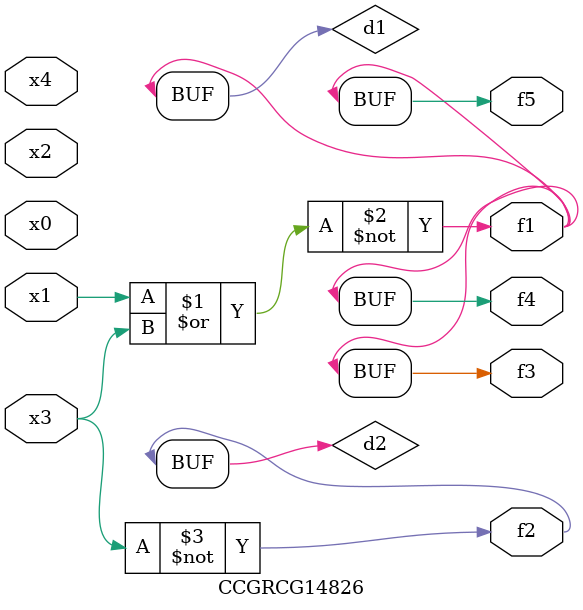
<source format=v>
module CCGRCG14826(
	input x0, x1, x2, x3, x4,
	output f1, f2, f3, f4, f5
);

	wire d1, d2;

	nor (d1, x1, x3);
	not (d2, x3);
	assign f1 = d1;
	assign f2 = d2;
	assign f3 = d1;
	assign f4 = d1;
	assign f5 = d1;
endmodule

</source>
